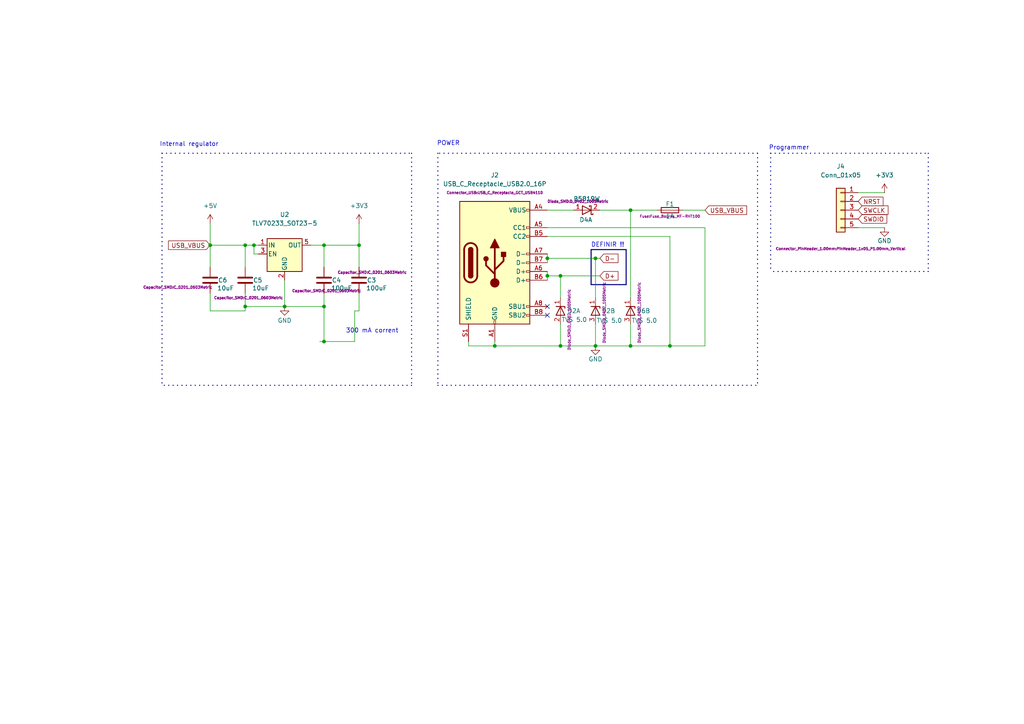
<source format=kicad_sch>
(kicad_sch (version 20231120) (generator "eeschema") (generator_version "8.0")
  (paper "A4")
  (lib_symbols
    (symbol "Connector:USB_C_Receptacle_USB2.0_16P" (pin_names (offset 1.016))
      (property "Reference" "J" (at 0 22.225 0))
      (property "Value" "USB_C_Receptacle_USB2.0_16P" (at 0 19.685 0))
      (symbol "USB_C_Receptacle_USB2.0_16P_0_0"
        (rectangle (start -0.254 -17.78) (end 0.254 -16.764))
        (rectangle (start 10.16 -14.986) (end 9.144 -15.494))
        (rectangle (start 10.16 -12.446) (end 9.144 -12.954))
        (rectangle (start 10.16 -4.826) (end 9.144 -5.334))
        (rectangle (start 10.16 -2.286) (end 9.144 -2.794))
        (rectangle (start 10.16 0.254) (end 9.144 -0.254))
        (rectangle (start 10.16 2.794) (end 9.144 2.286))
        (rectangle (start 10.16 7.874) (end 9.144 7.366))
        (rectangle (start 10.16 10.414) (end 9.144 9.906))
        (rectangle (start 10.16 15.494) (end 9.144 14.986))
      )
      (symbol "USB_C_Receptacle_USB2.0_16P_0_1"
        (rectangle (start -10.16 17.78) (end 10.16 -17.78) (stroke (width 0.254)) (fill (type background)))
        (arc (start -8.89 -3.81) (mid -6.985 -5.7067) (end -5.08 -3.81) (stroke (width 0.508)))
        (arc (start -7.62 -3.81) (mid -6.985 -4.4423) (end -6.35 -3.81) (stroke (width 0.254)))
        (arc (start -7.62 -3.81) (mid -6.985 -4.4423) (end -6.35 -3.81) (stroke (width 0.254)) (fill (type outline)))
        (rectangle (start -7.62 -3.81) (end -6.35 3.81) (stroke (width 0.254)) (fill (type outline)))
        (arc (start -6.35 3.81) (mid -6.985 4.4423) (end -7.62 3.81) (stroke (width 0.254)))
        (arc (start -6.35 3.81) (mid -6.985 4.4423) (end -7.62 3.81) (stroke (width 0.254)) (fill (type outline)))
        (arc (start -5.08 3.81) (mid -6.985 5.7067) (end -8.89 3.81) (stroke (width 0.508)))
        (circle (center -2.54 1.143) (radius 0.635) (stroke (width 0.254)) (fill (type outline)))
        (circle (center 0 -5.842) (radius 1.27) (fill (type outline)))
        (polyline (pts (xy -8.89 -3.81) (xy -8.89 3.81)) (stroke (width 0.508)))
        (polyline (pts (xy -5.08 3.81) (xy -5.08 -3.81)) (stroke (width 0.508)))
        (polyline (pts (xy 0 -5.842) (xy 0 4.318)) (stroke (width 0.508)))
        (polyline (pts (xy 0 -3.302) (xy -2.54 -0.762) (xy -2.54 0.508)) (stroke (width 0.508)))
        (polyline (pts (xy 0 -2.032) (xy 2.54 0.508) (xy 2.54 1.778)) (stroke (width 0.508)))
        (polyline (pts (xy -1.27 4.318) (xy 0 6.858) (xy 1.27 4.318) (xy -1.27 4.318)) (stroke (width 0.254)) (fill (type outline)))
        (rectangle (start 1.905 1.778) (end 3.175 3.048) (stroke (width 0.254)) (fill (type outline)))
      )
      (symbol "USB_C_Receptacle_USB2.0_16P_1_1"
        (pin passive line (at 0 -22.86 90) (length 5.08) (name "GND") (number "A1"))
        (pin passive line (at 0 -22.86 90) (length 5.08) hide (name "GND") (number "A12"))
        (pin passive line (at 15.24 15.24 180) (length 5.08) (name "VBUS") (number "A4"))
        (pin bidirectional line (at 15.24 10.16 180) (length 5.08) (name "CC1") (number "A5"))
        (pin bidirectional line (at 15.24 -2.54 180) (length 5.08) (name "D+") (number "A6"))
        (pin bidirectional line (at 15.24 2.54 180) (length 5.08) (name "D-") (number "A7"))
        (pin bidirectional line (at 15.24 -12.7 180) (length 5.08) (name "SBU1") (number "A8"))
        (pin passive line (at 15.24 15.24 180) (length 5.08) hide (name "VBUS") (number "A9"))
        (pin passive line (at 0 -22.86 90) (length 5.08) hide (name "GND") (number "B1"))
        (pin passive line (at 0 -22.86 90) (length 5.08) hide (name "GND") (number "B12"))
        (pin passive line (at 15.24 15.24 180) (length 5.08) hide (name "VBUS") (number "B4"))
        (pin bidirectional line (at 15.24 7.62 180) (length 5.08) (name "CC2") (number "B5"))
        (pin bidirectional line (at 15.24 -5.08 180) (length 5.08) (name "D+") (number "B6"))
        (pin bidirectional line (at 15.24 0 180) (length 5.08) (name "D-") (number "B7"))
        (pin bidirectional line (at 15.24 -15.24 180) (length 5.08) (name "SBU2") (number "B8"))
        (pin passive line (at 15.24 15.24 180) (length 5.08) hide (name "VBUS") (number "B9"))
        (pin passive line (at -7.62 -22.86 90) (length 5.08) (name "SHIELD") (number "S1"))
      )
    )
    (symbol "Connector_Generic:Conn_01x05" (pin_names (offset 1.016) hide)
      (property "Reference" "J" (at 0 7.62 0))
      (property "Value" "Conn_01x05" (at 0 -7.62 0))
      (symbol "Conn_01x05_1_1"
        (rectangle (start -1.27 -4.953) (end 0 -5.207) (stroke (width 0.1524)))
        (rectangle (start -1.27 -2.413) (end 0 -2.667) (stroke (width 0.1524)))
        (rectangle (start -1.27 0.127) (end 0 -0.127) (stroke (width 0.1524)))
        (rectangle (start -1.27 2.667) (end 0 2.413) (stroke (width 0.1524)))
        (rectangle (start -1.27 5.207) (end 0 4.953) (stroke (width 0.1524)))
        (rectangle (start -1.27 6.35) (end 1.27 -6.35) (stroke (width 0.254)) (fill (type background)))
        (pin passive line (at -5.08 5.08 0) (length 3.81) (name "Pin_1") (number "1"))
        (pin passive line (at -5.08 2.54 0) (length 3.81) (name "Pin_2") (number "2"))
        (pin passive line (at -5.08 0 0) (length 3.81) (name "Pin_3") (number "3"))
        (pin passive line (at -5.08 -2.54 0) (length 3.81) (name "Pin_4") (number "4"))
        (pin passive line (at -5.08 -5.08 0) (length 3.81) (name "Pin_5") (number "5"))
      )
    )
    (symbol "Device:C" (pin_numbers hide) (pin_names (offset 0.254))
      (property "Reference" "C" (at 0.635 2.54 0))
      (property "Value" "C" (at 0.635 -2.54 0))
      (symbol "C_0_1"
        (polyline (pts (xy -2.032 -0.762) (xy 2.032 -0.762)) (stroke (width 0.508)))
        (polyline (pts (xy -2.032 0.762) (xy 2.032 0.762)) (stroke (width 0.508)))
      )
      (symbol "C_1_1"
        (pin passive line (at 0 3.81 270) (length 2.794) (name "~") (number "1"))
        (pin passive line (at 0 -3.81 90) (length 2.794) (name "~") (number "2"))
      )
    )
    (symbol "Device:D_Schottky_Dual_CommonAnode_AKK_Split" (pin_names (offset 0.762) hide)
      (property "Reference" "D" (at 0 2.54 0))
      (property "Value" "D_Schottky_Dual_CommonAnode_AKK_Split" (at 0 -2.54 0))
      (symbol "D_Schottky_Dual_CommonAnode_AKK_Split_0_1"
        (polyline (pts (xy 1.27 0) (xy -1.27 0)))
        (polyline (pts (xy -1.27 1.27) (xy 1.27 0) (xy -1.27 -1.27) (xy -1.27 1.27) (xy -1.27 1.27) (xy -1.27 1.27)) (stroke (width 0.254)))
        (polyline (pts (xy 1.778 1.016) (xy 1.778 1.27) (xy 1.27 1.27) (xy 1.27 -1.27) (xy 0.762 -1.27) (xy 0.762 -1.016)) (stroke (width 0.254)))
        (pin passive line (at -3.81 0 0) (length 2.54) (name "A") (number "1"))
      )
      (symbol "D_Schottky_Dual_CommonAnode_AKK_Split_1_1"
        (pin passive line (at 3.81 0 180) (length 2.54) (name "K") (number "2"))
      )
      (symbol "D_Schottky_Dual_CommonAnode_AKK_Split_2_1"
        (pin passive line (at 3.81 0 180) (length 2.54) (name "K") (number "3"))
      )
    )
    (symbol "Device:D_Zener_Dual_CommonCathode_KAA_Split" (pin_names (offset 0.762) hide)
      (property "Reference" "D" (at 0 2.54 0))
      (property "Value" "D_Zener_Dual_CommonCathode_KAA_Split" (at 0 -2.54 0))
      (symbol "D_Zener_Dual_CommonCathode_KAA_Split_0_0"
        (polyline (pts (xy 1.27 1.27) (xy 1.27 -1.27) (xy 0.762 -1.27)) (stroke (width 0.254)))
      )
      (symbol "D_Zener_Dual_CommonCathode_KAA_Split_0_1"
        (polyline (pts (xy 1.27 0) (xy -1.27 0)))
        (polyline (pts (xy -1.27 1.27) (xy 1.27 0) (xy -1.27 -1.27) (xy -1.27 1.27) (xy -1.27 1.27) (xy -1.27 1.27)) (stroke (width 0.254)))
        (pin passive line (at 3.81 0 180) (length 2.54) (name "K") (number "1"))
      )
      (symbol "D_Zener_Dual_CommonCathode_KAA_Split_1_1"
        (pin passive line (at -3.81 0 0) (length 2.54) (name "A") (number "2"))
      )
      (symbol "D_Zener_Dual_CommonCathode_KAA_Split_2_1"
        (pin passive line (at -3.81 0 0) (length 2.54) (name "K") (number "3"))
      )
    )
    (symbol "Device:Fuse" (pin_numbers hide) (pin_names (offset 0))
      (property "Reference" "F" (at 2.032 0 90))
      (property "Value" "Fuse" (at -1.905 0 90))
      (symbol "Fuse_0_1"
        (rectangle (start -0.762 -2.54) (end 0.762 2.54) (stroke (width 0.254)))
        (polyline (pts (xy 0 2.54) (xy 0 -2.54)))
      )
      (symbol "Fuse_1_1"
        (pin passive line (at 0 3.81 270) (length 1.27) (name "~") (number "1"))
        (pin passive line (at 0 -3.81 90) (length 1.27) (name "~") (number "2"))
      )
    )
    (symbol "Regulator_Linear:TLV70233_SOT23-5" (pin_names (offset 0.254))
      (property "Reference" "U" (at -3.81 5.715 0))
      (property "Value" "TLV70233_SOT23-5" (at 0 5.715 0))
      (symbol "TLV70233_SOT23-5_0_1"
        (rectangle (start -5.08 4.445) (end 5.08 -5.08) (stroke (width 0.254)) (fill (type background)))
      )
      (symbol "TLV70233_SOT23-5_1_1"
        (pin power_in line (at -7.62 2.54 0) (length 2.54) (name "IN") (number "1"))
        (pin power_in line (at 0 -7.62 90) (length 2.54) (name "GND") (number "2"))
        (pin input line (at -7.62 0 0) (length 2.54) (name "EN") (number "3"))
        (pin no_connect line (at 5.08 0 180) (length 2.54) hide (name "NC") (number "4"))
        (pin power_out line (at 7.62 2.54 180) (length 2.54) (name "OUT") (number "5"))
      )
    )
    (symbol "power:+3V3" (power) (pin_numbers hide) (pin_names (offset 0) hide)
      (property "Value" "+3V3" (at 0 3.556 0))
      (symbol "+3V3_0_1"
        (polyline (pts (xy -0.762 1.27) (xy 0 2.54)))
        (polyline (pts (xy 0 0) (xy 0 2.54)))
        (polyline (pts (xy 0 2.54) (xy 0.762 1.27)))
      )
      (symbol "+3V3_1_1"
        (pin power_in line (at 0 0 90) (length 0) (name "~") (number "1"))
      )
    )
    (symbol "power:+5V" (power) (pin_numbers hide) (pin_names (offset 0) hide)
      (property "Value" "+5V" (at 0 3.556 0))
      (symbol "+5V_0_1"
        (polyline (pts (xy -0.762 1.27) (xy 0 2.54)))
        (polyline (pts (xy 0 0) (xy 0 2.54)))
        (polyline (pts (xy 0 2.54) (xy 0.762 1.27)))
      )
      (symbol "+5V_1_1"
        (pin power_in line (at 0 0 90) (length 0) (name "~") (number "1"))
      )
    )
    (symbol "power:GND" (power) (pin_numbers hide) (pin_names (offset 0) hide)
      (property "Value" "GND" (at 0 -3.81 0))
      (symbol "GND_0_1"
        (polyline (pts (xy 0 0) (xy 0 -1.27) (xy 1.27 -1.27) (xy 0 -2.54) (xy -1.27 -1.27) (xy 0 -1.27)))
      )
      (symbol "GND_1_1"
        (pin power_in line (at 0 0 270) (length 0) (name "~") (number "1"))
      )
    )
  )
  (junction (at 82.55 88.9))
  (junction (at 71.12 88.9))
  (junction (at 60.96 71.12))
  (junction (at 93.98 99.06))
  (junction (at 93.98 71.12))
  (junction (at 73.66 71.12))
  (junction (at 172.72 100.33))
  (junction (at 93.98 88.9))
  (junction (at 104.14 71.12))
  (junction (at 162.56 100.33))
  (junction (at 194.31 100.33))
  (junction (at 71.12 71.12))
  (junction (at 158.75 74.93))
  (junction (at 143.51 100.33))
  (junction (at 158.75 80.01))
  (junction (at 172.72 74.93))
  (junction (at 162.56 80.01))
  (junction (at 182.88 100.33))
  (junction (at 182.88 60.96))
  (no_connect (at 158.75 91.44))
  (no_connect (at 158.75 88.9))
  (wire (pts (xy 166.37 60.96) (xy 158.75 60.96)))
  (wire (pts (xy 60.96 90.17) (xy 71.12 90.17)))
  (wire (pts (xy 158.75 73.66) (xy 158.75 74.93)))
  (wire (pts (xy 104.14 77.47) (xy 104.14 71.12)))
  (wire (pts (xy 172.72 74.93) (xy 173.99 74.93)))
  (wire (pts (xy 60.96 85.09) (xy 60.96 90.17)))
  (bus (pts (xy 219.71 44.45) (xy 219.71 111.76)) (stroke (width 0) (type dot)))
  (wire (pts (xy 158.75 80.01) (xy 158.75 81.28)))
  (wire (pts (xy 158.75 80.01) (xy 162.56 80.01)))
  (wire (pts (xy 104.14 90.17) (xy 104.14 85.09)))
  (wire (pts (xy 93.98 71.12) (xy 104.14 71.12)))
  (bus (pts (xy 269.24 44.45) (xy 269.24 78.74)) (stroke (width 0) (type dot)))
  (wire (pts (xy 143.51 100.33) (xy 143.51 99.06)))
  (wire (pts (xy 182.88 86.36) (xy 182.88 60.96)))
  (wire (pts (xy 92.71 99.06) (xy 93.98 99.06)))
  (wire (pts (xy 93.98 71.12) (xy 90.17 71.12)))
  (wire (pts (xy 158.75 78.74) (xy 158.75 80.01)))
  (wire (pts (xy 204.47 66.04) (xy 204.47 100.33)))
  (bus (pts (xy 171.45 72.39) (xy 171.45 82.55)))
  (wire (pts (xy 198.12 60.96) (xy 204.47 60.96)))
  (wire (pts (xy 60.96 64.77) (xy 60.96 71.12)))
  (wire (pts (xy 194.31 68.58) (xy 194.31 100.33)))
  (bus (pts (xy 181.61 82.55) (xy 181.61 72.39)))
  (wire (pts (xy 93.98 77.47) (xy 93.98 71.12)))
  (wire (pts (xy 135.89 100.33) (xy 135.89 99.06)))
  (wire (pts (xy 172.72 74.93) (xy 172.72 86.36)))
  (wire (pts (xy 182.88 100.33) (xy 194.31 100.33)))
  (wire (pts (xy 93.98 99.06) (xy 93.98 88.9)))
  (wire (pts (xy 162.56 80.01) (xy 162.56 86.36)))
  (bus (pts (xy 119.38 44.45) (xy 119.38 111.76)) (stroke (width 0) (type dot)))
  (wire (pts (xy 82.55 88.9) (xy 93.98 88.9)))
  (wire (pts (xy 256.54 55.88) (xy 248.92 55.88)))
  (bus (pts (xy 171.45 82.55) (xy 181.61 82.55)))
  (bus (pts (xy 219.71 44.45) (xy 127 44.45)) (stroke (width 0) (type dot)))
  (wire (pts (xy 135.89 100.33) (xy 143.51 100.33)))
  (wire (pts (xy 71.12 88.9) (xy 82.55 88.9)))
  (wire (pts (xy 158.75 66.04) (xy 204.47 66.04)))
  (wire (pts (xy 60.96 71.12) (xy 71.12 71.12)))
  (wire (pts (xy 158.75 68.58) (xy 194.31 68.58)))
  (wire (pts (xy 162.56 80.01) (xy 173.99 80.01)))
  (wire (pts (xy 93.98 99.06) (xy 102.87 99.06)))
  (wire (pts (xy 71.12 71.12) (xy 73.66 71.12)))
  (bus (pts (xy 46.99 44.45) (xy 119.38 44.45)) (stroke (width 0) (type dot)))
  (wire (pts (xy 73.66 73.66) (xy 73.66 71.12)))
  (bus (pts (xy 171.45 72.39) (xy 181.61 72.39)))
  (bus (pts (xy 127 44.45) (xy 127 111.76)) (stroke (width 0) (type dot)))
  (wire (pts (xy 102.87 90.17) (xy 104.14 90.17)))
  (wire (pts (xy 104.14 64.77) (xy 104.14 71.12)))
  (wire (pts (xy 194.31 100.33) (xy 204.47 100.33)))
  (wire (pts (xy 93.98 88.9) (xy 93.98 85.09)))
  (wire (pts (xy 158.75 74.93) (xy 172.72 74.93)))
  (wire (pts (xy 102.87 90.17) (xy 102.87 99.06)))
  (wire (pts (xy 71.12 90.17) (xy 71.12 88.9)))
  (wire (pts (xy 71.12 88.9) (xy 71.12 85.09)))
  (wire (pts (xy 60.96 77.47) (xy 60.96 71.12)))
  (wire (pts (xy 143.51 100.33) (xy 162.56 100.33)))
  (wire (pts (xy 182.88 60.96) (xy 190.5 60.96)))
  (wire (pts (xy 71.12 77.47) (xy 71.12 71.12)))
  (wire (pts (xy 73.66 71.12) (xy 74.93 71.12)))
  (wire (pts (xy 172.72 100.33) (xy 182.88 100.33)))
  (wire (pts (xy 256.54 66.04) (xy 248.92 66.04)))
  (wire (pts (xy 182.88 100.33) (xy 182.88 93.98)))
  (wire (pts (xy 74.93 73.66) (xy 73.66 73.66)))
  (wire (pts (xy 82.55 81.28) (xy 82.55 88.9)))
  (bus (pts (xy 269.24 78.74) (xy 223.52 78.74)) (stroke (width 0) (type dot)))
  (bus (pts (xy 46.99 44.45) (xy 46.99 111.76)) (stroke (width 0) (type dot)))
  (bus (pts (xy 127 111.76) (xy 219.71 111.76)) (stroke (width 0) (type dot)))
  (wire (pts (xy 173.99 60.96) (xy 182.88 60.96)))
  (wire (pts (xy 162.56 93.98) (xy 162.56 100.33)))
  (wire (pts (xy 158.75 74.93) (xy 158.75 76.2)))
  (bus (pts (xy 223.52 44.45) (xy 269.24 44.45)) (stroke (width 0) (type dot)))
  (bus (pts (xy 119.38 111.76) (xy 46.99 111.76)) (stroke (width 0) (type dot)))
  (bus (pts (xy 223.52 44.45) (xy 223.52 78.74)) (stroke (width 0) (type dot)))
  (wire (pts (xy 162.56 100.33) (xy 172.72 100.33)))
  (wire (pts (xy 172.72 93.98) (xy 172.72 100.33)))
  (text "Internal regulator" (at 54.864 41.91 0) (effects (font (size 1.27 1.27))))
  (text "Programmer" (at 228.854 42.926 0) (effects (font (size 1.27 1.27))))
  (text "POWER" (at 130.048 41.656 0) (effects (font (size 1.27 1.27))))
  (text "DEFINIR !!" (at 176.276 71.12 0) (effects (font (size 1.27 1.27))))
  (text "300 mA corrent\n" (at 107.95 96.012 0) (effects (font (size 1.27 1.27))))
  (global_label "D+" (shape input) (at 173.99 80.01 0) (property "Intersheetrefs" "${INTERSHEET_REFS}" (effects (hide yes))))
  (global_label "SWCLK" (shape input) (at 248.92 60.96 0) (property "Intersheetrefs" "${INTERSHEET_REFS}" (effects (hide yes))))
  (global_label "D-" (shape input) (at 173.99 74.93 0) (property "Intersheetrefs" "${INTERSHEET_REFS}" (effects (hide yes))))
  (global_label "NRST" (shape input) (at 248.92 58.42 0) (property "Intersheetrefs" "${INTERSHEET_REFS}" (effects (hide yes))))
  (global_label "SWDIO" (shape input) (at 248.92 63.5 0) (property "Intersheetrefs" "${INTERSHEET_REFS}" (effects (hide yes))))
  (global_label "USB_VBUS" (shape input) (at 204.47 60.96 0) (property "Intersheetrefs" "${INTERSHEET_REFS}" (effects (hide yes))))
  (global_label "USB_VBUS" (shape input) (at 60.96 71.12 180) (property "Intersheetrefs" "${INTERSHEET_REFS}" (effects (hide yes))))
  (symbol (lib_id "power:+3V3") (at 256.54 55.88 0) (mirror y) (unit 1)
    (property "Reference" "#PWR020" (effects (hide yes)))
    (property "Value" "+3V3" (at 256.54 50.8 0))
    (property "Description" "Power symbol creates a global label with name \"+3V3\"" (effects (hide yes)))
  )
  (symbol (lib_id "Connector_Generic:Conn_01x05") (at 243.84 60.96 0) (mirror y) (unit 1)
    (property "Reference" "J4" (at 243.84 48.26 0))
    (property "Value" "Conn_01x05" (at 243.84 50.8 0))
    (property "Footprint" "Connector_PinHeader_1.00mm:PinHeader_1x05_P1.00mm_Vertical" (at 243.84 72.136 0) (effects (font (size 0.762 0.762))))
    (property "Description" "Generic connector, single row, 01x05, script generated (kicad-library-utils/schlib/autogen/connector/)" (effects (hide yes)))
  )
  (symbol (lib_id "power:+5V") (at 60.96 64.77 0) (unit 1)
    (property "Reference" "#PWR013" (effects (hide yes)))
    (property "Value" "+5V" (at 60.96 59.69 0))
    (property "Description" "Power symbol creates a global label with name \"+5V\"" (effects (hide yes)))
  )
  (symbol (lib_id "Device:D_Zener_Dual_CommonCathode_KAA_Split") (at 162.56 90.17 90) (unit 1)
    (property "Reference" "D2" (at 164.592 90.17 90) (effects (justify right)))
    (property "Value" "TVS 5.0" (at 162.814 92.71 90) (effects (justify right)))
    (property "Footprint" "Diode_SMD:D_0402_1005Metric" (at 165.1 92.71 0) (effects (font (size 0.762 0.762))))
    (property "Datasheet" "~https://www.verical.com/pd/littelfuse-tvs-SP0505BAJTG-111093?utm_campaign=octopart_2022&utm_content=inv_listing&utm_currency=USD&utm_keyword=SP0505BAJTG&utm_medium=aggregator&utm_source=octopart" (effects (hide yes)))
    (property "Description" "Dual Zener diode, common anode on pin 1" (effects (hide yes)))
  )
  (symbol (lib_id "Device:C") (at 93.98 81.28 0) (unit 1)
    (property "Reference" "C4" (at 96.266 81.28 0) (effects (justify left)))
    (property "Value" "100uF" (at 96.012 83.566 0) (effects (justify left)))
    (property "Footprint" "Capacitor_SMD:C_0201_0603Metric" (at 94.742 84.328 0) (effects (font (size 0.762 0.762))))
    (property "Datasheet" "~https://br.mouser.com/datasheet/2/315/ABE0000C79-947344.pdf" (effects (hide yes)))
    (property "Description" "Unpolarized capacitor" (effects (hide yes)))
  )
  (symbol (lib_id "Device:C") (at 71.12 81.28 0) (unit 1)
    (property "Reference" "C5" (at 73.406 81.28 0) (effects (justify left)))
    (property "Value" "10uF" (at 73.152 83.566 0) (effects (justify left)))
    (property "Footprint" "Capacitor_SMD:C_0201_0603Metric" (at 72.0852 86.36 0) (effects (font (size 0.762 0.762))))
    (property "Datasheet" "~https://www.vishay.com/docs/40002/293d.pdf" (effects (hide yes)))
    (property "Description" "Unpolarized capacitor" (effects (hide yes)))
  )
  (symbol (lib_id "Device:D_Zener_Dual_CommonCathode_KAA_Split") (at 172.72 90.17 90) (unit 2)
    (property "Reference" "D2" (at 174.498 90.17 90) (effects (justify right)))
    (property "Value" "TVS 5.0" (at 172.974 92.964 90) (effects (justify right)))
    (property "Footprint" "Diode_SMD:D_0402_1005Metric" (at 175.26 90.678 0) (effects (font (size 0.762 0.762))))
    (property "Datasheet" "~https://www.verical.com/pd/littelfuse-tvs-SP0505BAJTG-111093?utm_campaign=octopart_2022&utm_content=inv_listing&utm_currency=USD&utm_keyword=SP0505BAJTG&utm_medium=aggregator&utm_source=octopart" (effects (hide yes)))
    (property "Description" "Dual Zener diode, common anode on pin 1" (effects (hide yes)))
  )
  (symbol (lib_id "power:+3V3") (at 104.14 64.77 0) (unit 1)
    (property "Reference" "#PWR012" (effects (hide yes)))
    (property "Value" "+3V3" (at 104.14 59.69 0))
    (property "Description" "Power symbol creates a global label with name \"+3V3\"" (effects (hide yes)))
  )
  (symbol (lib_id "Device:C") (at 104.14 81.28 0) (unit 1)
    (property "Reference" "C3" (at 106.426 81.28 0) (effects (justify left)))
    (property "Value" "100uF" (at 106.172 83.566 0) (effects (justify left)))
    (property "Footprint" "Capacitor_SMD:C_0201_0603Metric" (at 107.95 78.994 0) (effects (font (size 0.762 0.762))))
    (property "Datasheet" "~https://br.mouser.com/datasheet/2/315/ABE0000C79-947344.pdf" (effects (hide yes)))
    (property "Description" "Unpolarized capacitor" (effects (hide yes)))
  )
  (symbol (lib_id "Device:D_Zener_Dual_CommonCathode_KAA_Split") (at 182.88 90.17 90) (unit 2)
    (property "Reference" "D6" (at 184.658 90.17 90) (effects (justify right)))
    (property "Value" "TVS 5.0" (at 183.134 92.964 90) (effects (justify right)))
    (property "Footprint" "Diode_SMD:D_0402_1005Metric" (at 185.42 90.678 0) (effects (font (size 0.762 0.762))))
    (property "Datasheet" "~https://www.verical.com/pd/littelfuse-tvs-SP0505BAJTG-111093?utm_campaign=octopart_2022&utm_content=inv_listing&utm_currency=USD&utm_keyword=SP0505BAJTG&utm_medium=aggregator&utm_source=octopart" (effects (hide yes)))
    (property "Description" "Dual Zener diode, common anode on pin 1" (effects (hide yes)))
  )
  (symbol (lib_id "Connector:USB_C_Receptacle_USB2.0_16P") (at 143.51 76.2 0) (unit 1)
    (property "Reference" "J2" (at 143.51 50.8 0))
    (property "Value" "USB_C_Receptacle_USB2.0_16P" (at 143.51 53.34 0))
    (property "Footprint" "Connector_USB:USB_C_Receptacle_GCT_USB4110" (at 143.51 55.88 0) (effects (font (size 0.762 0.762))))
    (property "Datasheet" "https://www.usb.org/sites/default/files/documents/usb_type-c.zip" (effects (hide yes)))
    (property "Description" "USB 2.0-only 16P Type-C Receptacle connector" (effects (hide yes)))
  )
  (symbol (lib_id "Device:D_Schottky_Dual_CommonAnode_AKK_Split") (at 170.18 60.96 0) (mirror x) (unit 1)
    (property "Reference" "D4" (at 169.926 63.754 0))
    (property "Value" "B5819W" (at 170.18 57.658 0))
    (property "Footprint" "Diode_SMD:D_0402_1005Metric" (at 167.64 58.42 0) (effects (font (size 0.762 0.762))))
    (property "Datasheet" "~https://www.digikey.com/en/products/detail/B5819W-TP/B5819W-TPMSCT-ND/10054438?curr=usd&utm_campaign=buynow&utm_medium=aggregator&utm_source=octopart" (effects (hide yes)))
    (property "Description" "Dual Schottky diode, common anode on pin 1" (effects (hide yes)))
  )
  (symbol (lib_id "Device:C") (at 60.96 81.28 0) (unit 1)
    (property "Reference" "C6" (at 63.246 81.28 0) (effects (justify left)))
    (property "Value" "10uF" (at 62.992 83.566 0) (effects (justify left)))
    (property "Footprint" "Capacitor_SMD:C_0201_0603Metric" (at 51.562 83.312 0) (effects (font (size 0.762 0.762))))
    (property "Datasheet" "~https://www.vishay.com/docs/40002/293d.pdf" (effects (hide yes)))
    (property "Description" "Unpolarized capacitor" (effects (hide yes)))
  )
  (symbol (lib_id "power:GND") (at 172.72 100.33 0) (unit 1)
    (property "Reference" "#PWR017" (effects (hide yes)))
    (property "Value" "GND" (at 172.72 104.14 0))
    (property "Description" "Power symbol creates a global label with name \"GND\" , ground" (effects (hide yes)))
  )
  (symbol (lib_id "Regulator_Linear:TLV70233_SOT23-5") (at 82.55 73.66 0) (unit 1)
    (property "Reference" "U2" (at 82.55 62.23 0))
    (property "Value" "TLV70233_SOT23-5" (at 82.55 64.77 0))
    (property "Footprint" "Package_TO_SOT_SMD:SOT-23-5" (effects (hide yes)))
    (property "Datasheet" "http://www.ti.com/lit/ds/symlink/tlv702.pdf" (effects (hide yes)))
    (property "Description" "300mA Low Dropout Voltage Regulator, Fixed Output 3.3V, SOT-23-5" (effects (hide yes)))
  )
  (symbol (lib_id "power:GND") (at 256.54 66.04 0) (mirror y) (unit 1)
    (property "Reference" "#PWR021" (effects (hide yes)))
    (property "Value" "GND" (at 256.54 69.85 0))
    (property "Description" "Power symbol creates a global label with name \"GND\" , ground" (effects (hide yes)))
  )
  (symbol (lib_id "Device:Fuse") (at 194.31 60.96 90) (unit 1)
    (property "Reference" "F1" (at 194.31 59.182 90))
    (property "Value" "1A" (at 194.31 62.738 90))
    (property "Footprint" "Fuse:Fuse_Bourns_MF-RHT100" (at 194.31 62.738 90) (effects (font (size 0.762 0.762))))
    (property "Datasheet" "~https://br.mouser.com/ProductDetail/Littelfuse/65600001009?qs=jPWcQx%2F5bayV8exo4hnGjg%3D%3D" (effects (hide yes)))
    (property "Description" "Fuse" (effects (hide yes)))
  )
  (symbol (lib_id "power:GND") (at 82.55 88.9 0) (unit 1)
    (property "Reference" "#PWR014" (effects (hide yes)))
    (property "Value" "GND" (at 82.55 92.964 0))
    (property "Description" "Power symbol creates a global label with name \"GND\" , ground" (effects (hide yes)))
  )
)
</source>
